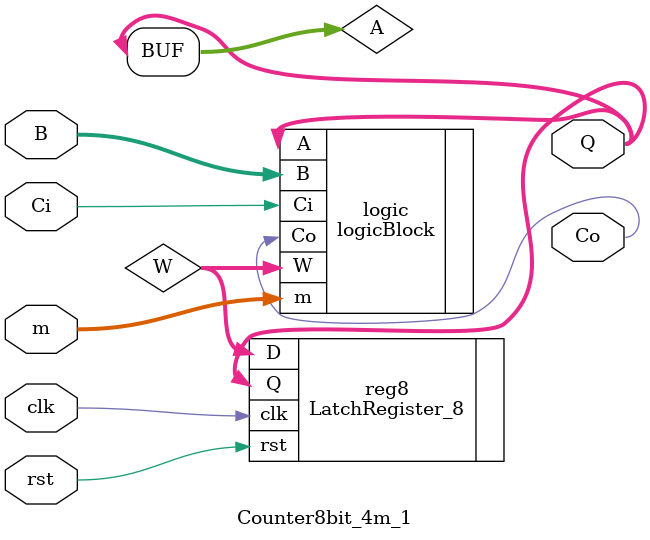
<source format=v>
module Counter8bit_4m_1 (input clk, input rst, input [7:0] B, input [1:0] m, input Ci, output [7:0] Q, output Co);
    wire [7:0] A;
    wire [7:0] W;
    wire [7:0] Qb;
    assign A = Q;
    logicBlock logic (.A(A), .B(B), .m(m), .Ci(Ci), .W(W), .Co(Co));
    LatchRegister_8 reg8 (.D(W), .clk(clk), .rst(rst), .Q(Q));
endmodule

</source>
